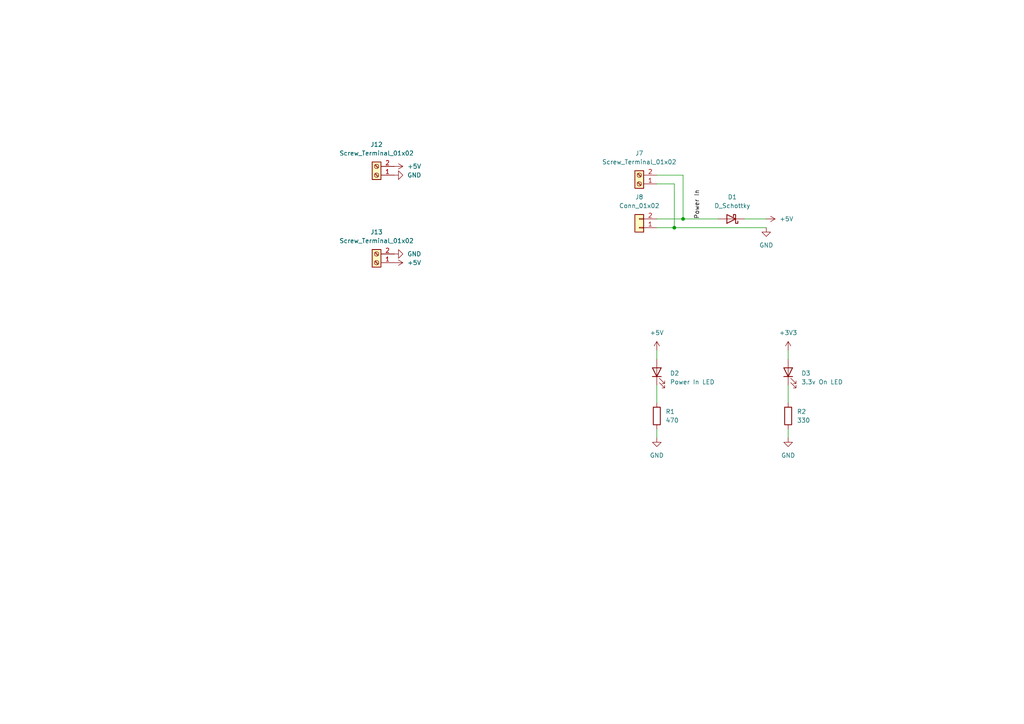
<source format=kicad_sch>
(kicad_sch (version 20231120) (generator "eeschema") (generator_version "8.0")
  (paper "A4")
  (lib_symbols
    (symbol "Connector:Screw_Terminal_01x02" (pin_names (offset 1.016) hide)
      (property "Reference" "J" (at 0 2.54 0))
      (property "Value" "Screw_Terminal_01x02" (at 0 -5.08 0))
      (symbol "Screw_Terminal_01x02_1_1"
        (rectangle (start -1.27 1.27) (end 1.27 -3.81) (stroke (width 0.254)) (fill (type background)))
        (circle (center 0 -2.54) (radius 0.635) (stroke (width 0.1524)))
        (polyline (pts (xy -0.5334 -2.2098) (xy 0.3302 -3.048)) (stroke (width 0.1524)))
        (polyline (pts (xy -0.5334 0.3302) (xy 0.3302 -0.508)) (stroke (width 0.1524)))
        (polyline (pts (xy -0.3556 -2.032) (xy 0.508 -2.8702)) (stroke (width 0.1524)))
        (polyline (pts (xy -0.3556 0.508) (xy 0.508 -0.3302)) (stroke (width 0.1524)))
        (circle (center 0 0) (radius 0.635) (stroke (width 0.1524)))
        (pin passive line (at -5.08 0 0) (length 3.81) (name "Pin_1") (number "1"))
        (pin passive line (at -5.08 -2.54 0) (length 3.81) (name "Pin_2") (number "2"))
      )
    )
    (symbol "Connector_Generic:Conn_01x02" (pin_names (offset 1.016) hide)
      (property "Reference" "J" (at 0 2.54 0))
      (property "Value" "Conn_01x02" (at 0 -5.08 0))
      (symbol "Conn_01x02_1_1"
        (rectangle (start -1.27 -2.413) (end 0 -2.667) (stroke (width 0.1524)))
        (rectangle (start -1.27 0.127) (end 0 -0.127) (stroke (width 0.1524)))
        (rectangle (start -1.27 1.27) (end 1.27 -3.81) (stroke (width 0.254)) (fill (type background)))
        (pin passive line (at -5.08 0 0) (length 3.81) (name "Pin_1") (number "1"))
        (pin passive line (at -5.08 -2.54 0) (length 3.81) (name "Pin_2") (number "2"))
      )
    )
    (symbol "Device:D_Schottky" (pin_numbers hide) (pin_names (offset 1.016) hide)
      (property "Reference" "D" (at 0 2.54 0))
      (property "Value" "D_Schottky" (at 0 -2.54 0))
      (symbol "D_Schottky_0_1"
        (polyline (pts (xy 1.27 0) (xy -1.27 0)))
        (polyline (pts (xy 1.27 1.27) (xy 1.27 -1.27) (xy -1.27 0) (xy 1.27 1.27)) (stroke (width 0.254)))
        (polyline (pts (xy -1.905 0.635) (xy -1.905 1.27) (xy -1.27 1.27) (xy -1.27 -1.27) (xy -0.635 -1.27) (xy -0.635 -0.635)) (stroke (width 0.254)))
      )
      (symbol "D_Schottky_1_1"
        (pin passive line (at -3.81 0 0) (length 2.54) (name "K") (number "1"))
        (pin passive line (at 3.81 0 180) (length 2.54) (name "A") (number "2"))
      )
    )
    (symbol "Device:LED" (pin_numbers hide) (pin_names (offset 1.016) hide)
      (property "Reference" "D" (at 0 2.54 0))
      (property "Value" "LED" (at 0 -2.54 0))
      (symbol "LED_0_1"
        (polyline (pts (xy -1.27 -1.27) (xy -1.27 1.27)) (stroke (width 0.254)))
        (polyline (pts (xy -1.27 0) (xy 1.27 0)))
        (polyline (pts (xy 1.27 -1.27) (xy 1.27 1.27) (xy -1.27 0) (xy 1.27 -1.27)) (stroke (width 0.254)))
        (polyline (pts (xy -3.048 -0.762) (xy -4.572 -2.286) (xy -3.81 -2.286) (xy -4.572 -2.286) (xy -4.572 -1.524)))
        (polyline (pts (xy -1.778 -0.762) (xy -3.302 -2.286) (xy -2.54 -2.286) (xy -3.302 -2.286) (xy -3.302 -1.524)))
      )
      (symbol "LED_1_1"
        (pin passive line (at -3.81 0 0) (length 2.54) (name "K") (number "1"))
        (pin passive line (at 3.81 0 180) (length 2.54) (name "A") (number "2"))
      )
    )
    (symbol "Device:R" (pin_numbers hide) (pin_names (offset 0))
      (property "Reference" "R" (at 2.032 0 90))
      (property "Value" "R" (at 0 0 90))
      (symbol "R_0_1"
        (rectangle (start -1.016 -2.54) (end 1.016 2.54) (stroke (width 0.254)))
      )
      (symbol "R_1_1"
        (pin passive line (at 0 3.81 270) (length 1.27) (name "~") (number "1"))
        (pin passive line (at 0 -3.81 90) (length 1.27) (name "~") (number "2"))
      )
    )
    (symbol "power:+3V3" (power) (pin_numbers hide) (pin_names (offset 0) hide)
      (property "Value" "+3V3" (at 0 3.556 0))
      (symbol "+3V3_0_1"
        (polyline (pts (xy -0.762 1.27) (xy 0 2.54)))
        (polyline (pts (xy 0 0) (xy 0 2.54)))
        (polyline (pts (xy 0 2.54) (xy 0.762 1.27)))
      )
      (symbol "+3V3_1_1"
        (pin power_in line (at 0 0 90) (length 0) (name "~") (number "1"))
      )
    )
    (symbol "power:+5V" (power) (pin_numbers hide) (pin_names (offset 0) hide)
      (property "Value" "+5V" (at 0 3.556 0))
      (symbol "+5V_0_1"
        (polyline (pts (xy -0.762 1.27) (xy 0 2.54)))
        (polyline (pts (xy 0 0) (xy 0 2.54)))
        (polyline (pts (xy 0 2.54) (xy 0.762 1.27)))
      )
      (symbol "+5V_1_1"
        (pin power_in line (at 0 0 90) (length 0) (name "~") (number "1"))
      )
    )
    (symbol "power:GND" (power) (pin_numbers hide) (pin_names (offset 0) hide)
      (property "Value" "GND" (at 0 -3.81 0))
      (symbol "GND_0_1"
        (polyline (pts (xy 0 0) (xy 0 -1.27) (xy 1.27 -1.27) (xy 0 -2.54) (xy -1.27 -1.27) (xy 0 -1.27)))
      )
      (symbol "GND_1_1"
        (pin power_in line (at 0 0 270) (length 0) (name "~") (number "1"))
      )
    )
  )
  (junction (at 198.12 63.5))
  (junction (at 195.58 66.04))
  (wire (pts (xy 228.6 124.46) (xy 228.6 127)))
  (wire (pts (xy 215.9 63.5) (xy 222.25 63.5)))
  (wire (pts (xy 198.12 50.8) (xy 198.12 63.5)))
  (wire (pts (xy 190.5 53.34) (xy 195.58 53.34)))
  (wire (pts (xy 190.5 66.04) (xy 195.58 66.04)))
  (wire (pts (xy 190.5 124.46) (xy 190.5 127)))
  (wire (pts (xy 190.5 50.8) (xy 198.12 50.8)))
  (wire (pts (xy 190.5 101.6) (xy 190.5 104.14)))
  (wire (pts (xy 228.6 101.6) (xy 228.6 104.14)))
  (wire (pts (xy 195.58 66.04) (xy 222.25 66.04)))
  (wire (pts (xy 198.12 63.5) (xy 208.28 63.5)))
  (wire (pts (xy 190.5 111.76) (xy 190.5 116.84)))
  (wire (pts (xy 190.5 63.5) (xy 198.12 63.5)))
  (wire (pts (xy 228.6 111.76) (xy 228.6 116.84)))
  (wire (pts (xy 195.58 53.34) (xy 195.58 66.04)))
  (label "Power In" (at 203.2 63.5 90))
  (symbol (lib_id "Device:D_Schottky") (at 212.09 63.5 180) (unit 1)
    (property "Reference" "D1" (at 212.4075 57.15 0))
    (property "Value" "D_Schottky" (at 212.4075 59.69 0))
    (property "Footprint" "Diode_SMD:D_SOD-123" (effects (hide yes)))
    (property "Description" "Schottky diode" (effects (hide yes)))
  )
  (symbol (lib_id "power:+3V3") (at 228.6 101.6 0) (unit 1)
    (property "Reference" "#PWR032" (effects (hide yes)))
    (property "Value" "+3V3" (at 228.6 96.52 0))
    (property "Description" "Power symbol creates a global label with name \"+3V3\"" (effects (hide yes)))
  )
  (symbol (lib_id "Device:LED") (at 228.6 107.95 90) (unit 1)
    (property "Reference" "D3" (at 232.41 108.2674 90) (effects (justify right)))
    (property "Value" "3.3v On LED" (at 232.41 110.8074 90) (effects (justify right)))
    (property "Footprint" "LED_SMD:LED_1206_3216Metric_Pad1.42x1.75mm_HandSolder" (effects (hide yes)))
    (property "Description" "Light emitting diode" (effects (hide yes)))
  )
  (symbol (lib_id "Device:LED") (at 190.5 107.95 90) (unit 1)
    (property "Reference" "D2" (at 194.31 108.2674 90) (effects (justify right)))
    (property "Value" "Power In LED" (at 194.31 110.8074 90) (effects (justify right)))
    (property "Footprint" "LED_SMD:LED_1206_3216Metric_Pad1.42x1.75mm_HandSolder" (effects (hide yes)))
    (property "Description" "Light emitting diode" (effects (hide yes)))
  )
  (symbol (lib_id "power:+5V") (at 222.25 63.5 270) (unit 1)
    (property "Reference" "#PWR022" (effects (hide yes)))
    (property "Value" "+5V" (at 226.06 63.4999 90) (effects (justify left)))
    (property "Description" "Power symbol creates a global label with name \"+5V\"" (effects (hide yes)))
  )
  (symbol (lib_id "Connector_Generic:Conn_01x02") (at 185.42 66.04 180) (unit 1)
    (property "Reference" "J8" (at 185.42 57.15 0))
    (property "Value" "Conn_01x02" (at 185.42 59.69 0))
    (property "Footprint" "Connector_PinHeader_2.54mm:PinHeader_1x02_P2.54mm_Vertical" (effects (hide yes)))
    (property "Description" "Generic connector, single row, 01x02, script generated (kicad-library-utils/schlib/autogen/connector/)" (effects (hide yes)))
  )
  (symbol (lib_id "Device:R") (at 228.6 120.65 0) (unit 1)
    (property "Reference" "R2" (at 231.14 119.3799 0) (effects (justify left)))
    (property "Value" "330" (at 231.14 121.9199 0) (effects (justify left)))
    (property "Footprint" "Resistor_SMD:R_0805_2012Metric_Pad1.20x1.40mm_HandSolder" (effects (hide yes)))
    (property "Description" "Resistor" (effects (hide yes)))
  )
  (symbol (lib_id "Connector:Screw_Terminal_01x02") (at 109.22 50.8 180) (unit 1)
    (property "Reference" "J12" (at 109.22 41.91 0))
    (property "Value" "Screw_Terminal_01x02" (at 109.22 44.45 0))
    (property "Footprint" "Conn_ScrewTerminals:CTB7000-2" (effects (hide yes)))
    (property "Description" "Generic screw terminal, single row, 01x02, script generated (kicad-library-utils/schlib/autogen/connector/)" (effects (hide yes)))
  )
  (symbol (lib_id "power:GND") (at 114.3 50.8 90) (unit 1)
    (property "Reference" "#PWR025" (effects (hide yes)))
    (property "Value" "GND" (at 118.11 50.7999 90) (effects (justify right)))
    (property "Description" "Power symbol creates a global label with name \"GND\" , ground" (effects (hide yes)))
  )
  (symbol (lib_id "Connector:Screw_Terminal_01x02") (at 109.22 76.2 180) (unit 1)
    (property "Reference" "J13" (at 109.22 67.31 0))
    (property "Value" "Screw_Terminal_01x02" (at 109.22 69.85 0))
    (property "Footprint" "Conn_ScrewTerminals:CTB7000-2" (effects (hide yes)))
    (property "Description" "Generic screw terminal, single row, 01x02, script generated (kicad-library-utils/schlib/autogen/connector/)" (effects (hide yes)))
  )
  (symbol (lib_id "power:+5V") (at 114.3 48.26 270) (unit 1)
    (property "Reference" "#PWR024" (effects (hide yes)))
    (property "Value" "+5V" (at 118.11 48.2599 90) (effects (justify left)))
    (property "Description" "Power symbol creates a global label with name \"+5V\"" (effects (hide yes)))
  )
  (symbol (lib_id "power:GND") (at 190.5 127 0) (unit 1)
    (property "Reference" "#PWR031" (effects (hide yes)))
    (property "Value" "GND" (at 190.5 132.08 0))
    (property "Description" "Power symbol creates a global label with name \"GND\" , ground" (effects (hide yes)))
  )
  (symbol (lib_id "power:+5V") (at 190.5 101.6 0) (unit 1)
    (property "Reference" "#PWR030" (effects (hide yes)))
    (property "Value" "+5V" (at 190.5 96.52 0))
    (property "Description" "Power symbol creates a global label with name \"+5V\"" (effects (hide yes)))
  )
  (symbol (lib_id "power:+5V") (at 114.3 76.2 270) (unit 1)
    (property "Reference" "#PWR026" (effects (hide yes)))
    (property "Value" "+5V" (at 118.11 76.1999 90) (effects (justify left)))
    (property "Description" "Power symbol creates a global label with name \"+5V\"" (effects (hide yes)))
  )
  (symbol (lib_id "power:GND") (at 222.25 66.04 0) (unit 1)
    (property "Reference" "#PWR023" (effects (hide yes)))
    (property "Value" "GND" (at 222.25 71.12 0))
    (property "Description" "Power symbol creates a global label with name \"GND\" , ground" (effects (hide yes)))
  )
  (symbol (lib_id "Device:R") (at 190.5 120.65 0) (unit 1)
    (property "Reference" "R1" (at 193.04 119.3799 0) (effects (justify left)))
    (property "Value" "470" (at 193.04 121.9199 0) (effects (justify left)))
    (property "Footprint" "Resistor_SMD:R_0805_2012Metric_Pad1.20x1.40mm_HandSolder" (effects (hide yes)))
    (property "Description" "Resistor" (effects (hide yes)))
  )
  (symbol (lib_id "power:GND") (at 228.6 127 0) (unit 1)
    (property "Reference" "#PWR033" (effects (hide yes)))
    (property "Value" "GND" (at 228.6 132.08 0))
    (property "Description" "Power symbol creates a global label with name \"GND\" , ground" (effects (hide yes)))
  )
  (symbol (lib_id "Connector:Screw_Terminal_01x02") (at 185.42 53.34 180) (unit 1)
    (property "Reference" "J7" (at 185.42 44.45 0))
    (property "Value" "Screw_Terminal_01x02" (at 185.42 46.99 0))
    (property "Footprint" "Conn_ScrewTerminals:CTB7000-2" (effects (hide yes)))
    (property "Description" "Generic screw terminal, single row, 01x02, script generated (kicad-library-utils/schlib/autogen/connector/)" (effects (hide yes)))
  )
  (symbol (lib_id "power:GND") (at 114.3 73.66 90) (unit 1)
    (property "Reference" "#PWR027" (effects (hide yes)))
    (property "Value" "GND" (at 118.11 73.6599 90) (effects (justify right)))
    (property "Description" "Power symbol creates a global label with name \"GND\" , ground" (effects (hide yes)))
  )
)
</source>
